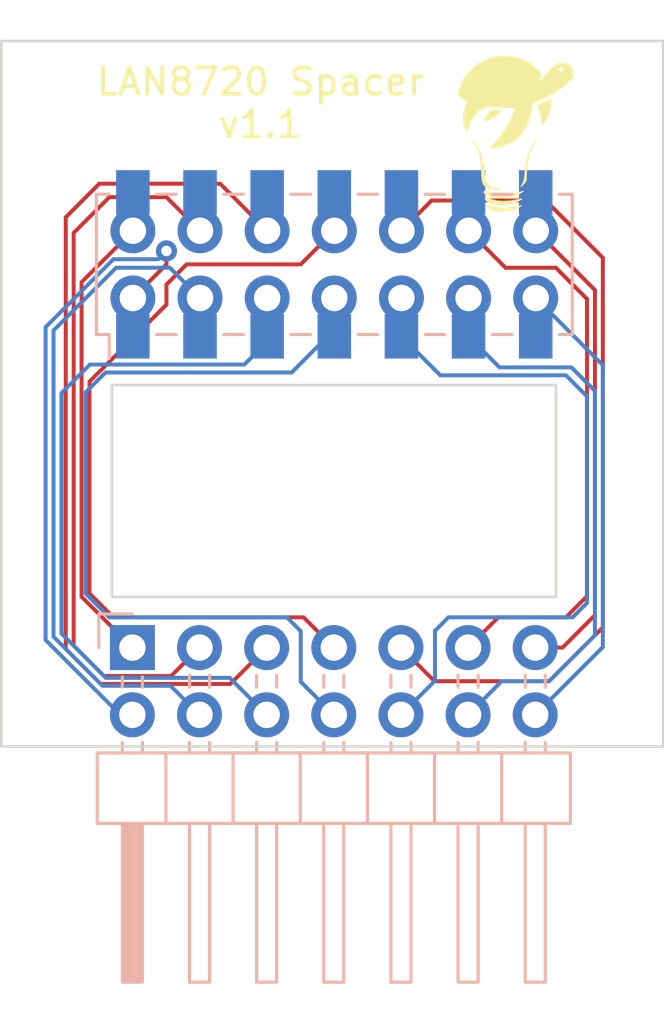
<source format=kicad_pcb>
(kicad_pcb (version 20211014) (generator pcbnew)
  (title_block (title "LAN8720 Spacer") (date "2022-10-17") (rev "v1.1") (company "ColossalTurtle"))
  (layers (0 "F.Cu" signal) (31 "B.Cu" signal) (34 "B.Paste" user) (35 "F.Paste" user) (36 "B.SilkS" user "B.Silkscreen") (37 "F.SilkS" user "F.Silkscreen") (38 "B.Mask" user) (39 "F.Mask" user) (44 "Edge.Cuts" user))
  (net 0 "")
  (net 1 "/TX1")
  (net 2 "/NC")
  (net 3 "/TXEN")
  (net 4 "/TX0")
  (net 5 "/RX0")
  (net 6 "/RX1")
  (net 7 "/RETCLK")
  (net 8 "/CRS")
  (net 9 "/MDIO")
  (net 10 "/MDC")
  (net 11 "/GND")
  (net 12 "/3v3")
  (footprint "ct:logo_smaller" (layer "F.Cu") (at 245.872 70.485)
    (fp_text reference "G***" hide)
    (fp_text value "LOGO" hide)
    (fp_poly (pts (xy -1.037167 2.718567) (xy -0.977168 2.733687) (xy -0.883939 2.757368) (xy -0.790222 2.781275) (xy -0.629637 2.807238) (xy -0.436385 2.815328) (xy -0.231121 2.80619) (xy -0.034499 2.780472) (xy 0.083354 2.753945) (xy 0.168723 2.732538) (xy 0.229043 2.721512) (xy 0.247847 2.721995) (xy 0.232066 2.740782) (xy 0.180123 2.777297) (xy 0.136271 2.804155) (xy -0.059812 2.89081) (xy -0.285101 2.943531) (xy -0.522231 2.960269) (xy -0.753834 2.938979) (xy -0.841096 2.919341) (xy -0.967992 2.88112) (xy -1.04773 2.845482) (xy -1.089044 2.807117) (xy -1.100667 2.761494) (xy -1.089734 2.719172) (xy -1.046908 2.716312) (xy -1.037167 2.718567)) (layer "F.SilkS") (width 0.01) (fill solid))
    (fp_poly (pts (xy -0.005503 -2.88446) (xy 0.259998 -2.801095) (xy 0.357543 -2.756403) (xy 0.490993 -2.679319) (xy 0.631677 -2.582459) (xy 0.763644 -2.478116) (xy 0.870947 -2.378584) (xy 0.918752 -2.32382) (xy 0.965398 -2.259221) (xy 0.982812 -2.212366) (xy 0.974602 -2.157985) (xy 0.951877 -2.091715) (xy 0.926963 -2.015231) (xy 0.915185 -1.964142) (xy 0.915912 -1.953347) (xy 0.935927 -1.969841) (xy 0.981154 -2.022508) (xy 1.043656 -2.101836) (xy 1.079912 -2.149879) (xy 1.238767 -2.34895) (xy 1.304942 -2.417245) (xy 1.645104 -2.417245) (xy 1.662903 -2.359218) (xy 1.663148 -2.358922) (xy 1.710016 -2.319098) (xy 1.755493 -2.328655) (xy 1.790039 -2.358516) (xy 1.813869 -2.411611) (xy 1.80219 -2.467211) (xy 1.763916 -2.503455) (xy 1.729732 -2.506425) (xy 1.670584 -2.473413) (xy 1.645104 -2.417245) (xy 1.304942 -2.417245) (xy 1.38324 -2.49805) (xy 1.51794 -2.600363) (xy 1.647475 -2.659072) (xy 1.776455 -2.677361) (xy 1.837364 -2.67301) (xy 1.967465 -2.628794) (xy 2.076111 -2.540111) (xy 2.155279 -2.417315) (xy 2.196945 -2.270762) (xy 2.201333 -2.203273) (xy 2.198698 -2.151945) (xy 2.185857 -2.108413) (xy 2.155403 -2.062737) (xy 2.09993 -2.004978) (xy 2.012034 -1.925196) (xy 1.960351 -1.87983) (xy 1.720136 -1.682741) (xy 1.485926 -1.520061) (xy 1.239553 -1.380884) (xy 0.962849 -1.254301) (xy 0.829117 -1.200678) (xy 0.628123 -1.12281) (xy 0.608648 -0.907128) (xy 0.556714 -0.60336) (xy 0.459971 -0.325671) (xy 0.321578 -0.078347) (xy 0.144692 0.134324) (xy -0.067528 0.308056) (xy -0.311926 0.43856) (xy -0.409222 0.474815) (xy -0.524734 0.507661) (xy -0.646961 0.533422) (xy -0.763727 0.550721) (xy -0.862858 0.55818) (xy -0.932176 0.55442) (xy -0.959508 0.538066) (xy -0.959556 0.537085) (xy -0.940603 0.502661) (xy -0.89024 0.441205) (xy -0.818207 0.364318) (xy -0.795013 0.341143) (xy -0.671232 0.205383) (xy -0.543024 0.040523) (xy -0.417267 -0.142119) (xy -0.300841 -0.331224) (xy -0.200626 -0.515471) (xy -0.1235 -0.683543) (xy -0.076342 -0.82412) (xy -0.07055 -0.850885) (xy -0.051673 -0.951505) (xy -0.526781 -0.970551) (xy -0.723381 -0.978398) (xy -0.871778 -0.983816) (xy -0.980176 -0.986489) (xy -1.056777 -0.986104) (xy -1.109785 -0.982344) (xy -1.147401 -0.974896) (xy -1.177829 -0.963444) (xy -1.209271 -0.947673) (xy -1.216182 -0.944087) (xy -1.37795 -0.833486) (xy -1.526412 -0.68201) (xy -1.649282 -0.505218) (xy -1.734277 -0.31867) (xy -1.748981 -0.269252) (xy -1.786328 -0.154902) (xy -1.824155 -0.096896) (xy -1.862961 -0.095131) (xy -1.903246 -0.149507) (xy -1.936177 -0.231299) (xy -1.975971 -0.415209) (xy -1.983823 -0.62221) (xy -1.960204 -0.829187) (xy -1.920989 -0.973667) (xy -1.886634 -1.069613) (xy -1.85876 -1.148339) (xy -1.845312 -1.187187) (xy -1.853483 -1.220326) (xy -1.90233 -1.261714) (xy -1.997747 -1.316129) (xy -2.015958 -1.325465) (xy -2.105914 -1.375296) (xy -2.171801 -1.419746) (xy -2.200913 -1.450105) (xy -2.201333 -1.452545) (xy -2.193808 -1.496347) (xy -2.174425 -1.574278) (xy -2.156281 -1.638822) (xy -2.044159 -1.922733) (xy -1.884535 -2.182769) (xy -1.683331 -2.413273) (xy -1.446469 -2.608587) (xy -1.179872 -2.763053) (xy -0.889461 -2.871014) (xy -0.857688 -2.879457) (xy -0.579428 -2.925169) (xy -0.290339 -2.926327) (xy -0.005503 -2.88446)) (layer "F.SilkS") (width 0.01) (fill solid))
    (fp_poly (pts (xy 0.30911 2.186593) (xy 0.274104 2.217643) (xy 0.216526 2.2573) (xy 0.144692 2.298276) (xy 0.139654 2.300849) (xy -0.049575 2.375404) (xy -0.267003 2.426602) (xy -0.492687 2.451866) (xy -0.706685 2.448623) (xy -0.841132 2.427475) (xy -0.979398 2.387626) (xy -1.092808 2.341199) (xy -1.170437 2.29341) (xy -1.199945 2.2562) (xy -1.208534 2.19829) (xy -1.183497 2.172568) (xy -1.119546 2.177589) (xy -1.022772 2.207767) (xy -0.863677 2.248747) (xy -0.66763 2.27407) (xy -0.452079 2.283117) (xy -0.234478 2.275268) (xy -0.032276 2.249904) (xy -0.001579 2.243988) (xy 0.112051 2.219979) (xy 0.207177 2.198357) (xy 0.268042 2.182757) (xy 0.278151 2.179464) (xy 0.31323 2.171438) (xy 0.30911 2.186593)) (layer "F.SilkS") (width 0.01) (fill solid))
    (fp_poly (pts (xy -1.038345 2.46391) (xy -0.95117 2.488581) (xy -0.716734 2.542444) (xy -0.465702 2.560858) (xy -0.189969 2.54367) (xy 0.118566 2.490724) (xy 0.225778 2.466149) (xy 0.257766 2.464458) (xy 0.248632 2.482273) (xy 0.20762 2.513618) (xy 0.143973 2.552518) (xy 0.066934 2.592997) (xy -0.014254 2.629079) (xy -0.043105 2.639979) (xy -0.163353 2.669726) (xy -0.31911 2.690001) (xy -0.490951 2.700069) (xy -0.659452 2.699193) (xy -0.805186 2.686636) (xy -0.879161 2.671678) (xy -1.006251 2.626436) (xy -1.098692 2.574129) (xy -1.150414 2.519897) (xy -1.155352 2.468879) (xy -1.14167 2.449299) (xy -1.108899 2.449164) (xy -1.038345 2.46391)) (layer "F.SilkS") (width 0.01) (fill solid))
    (fp_poly (pts (xy -0.750712 -0.874457) (xy -0.626903 -0.870437) (xy -0.556964 -0.856611) (xy -0.538641 -0.82919) (xy -0.569682 -0.784385) (xy -0.647833 -0.718406) (xy -0.654758 -0.71309) (xy -0.750534 -0.642386) (xy -0.845041 -0.5767) (xy -0.903111 -0.539343) (xy -0.977961 -0.506486) (xy -1.062928 -0.486185) (xy -1.141432 -0.479993) (xy -1.196896 -0.489465) (xy -1.213556 -0.510229) (xy -1.196129 -0.544679) (xy -1.149957 -0.608492) (xy -1.084204 -0.689213) (xy -1.068212 -0.707784) (xy -0.922869 -0.874889) (xy -0.750712 -0.874457)) (layer "F.SilkS") (width 0.01) (fill solid))
    (fp_poly (pts (xy -1.576709 0.303888) (xy -1.534356 0.360991) (xy -1.478644 0.44169) (xy -1.472344 0.451097) (xy -1.366844 0.638912) (xy -1.283576 0.855894) (xy -1.220501 1.10931) (xy -1.175578 1.406425) (xy -1.160193 1.562778) (xy -1.147707 1.693284) (xy -1.133937 1.781503) (xy -1.11484 1.841523) (xy -1.086371 1.887435) (xy -1.057765 1.919705) (xy -0.993011 1.975501) (xy -0.91112 2.020461) (xy -0.799659 2.059844) (xy -0.646197 2.098913) (xy -0.620889 2.104605) (xy -0.465667 2.139105) (xy -0.663222 2.140109) (xy -0.785634 2.134864) (xy -0.905319 2.120214) (xy -0.983737 2.102755) (xy -1.096477 2.057449) (xy -1.179891 1.996433) (xy -1.23792 1.911591) (xy -1.274503 1.79481) (xy -1.29358 1.637977) (xy -1.29905 1.453444) (xy -1.311939 1.159267) (xy -1.349568 0.905657) (xy -1.414241 0.681389) (xy -1.494541 0.500944) (xy -1.54417 0.40357) (xy -1.580058 0.328499) (xy -1.59694 0.286971) (xy -1.596967 0.282222) (xy -1.576709 0.303888)) (layer "F.SilkS") (width 0.01) (fill solid))
    (fp_poly (pts (xy 1.34927 -1.272588) (xy 1.353465 -1.203268) (xy 1.346645 -1.102009) (xy 1.329373 -0.980404) (xy 1.314358 -0.903111) (xy 1.270535 -0.737269) (xy 1.215347 -0.586823) (xy 1.153517 -0.460704) (xy 1.089767 -0.367843) (xy 1.028821 -0.31717) (xy 1.000947 -0.310445) (xy 0.980595 -0.338351) (xy 0.964221 -0.421047) (xy 0.952477 -0.551425) (xy 0.935285 -0.716548) (xy 0.904672 -0.844693) (xy 0.869979 -0.928726) (xy 0.802514 -1.065046) (xy 1.057424 -1.181789) (xy 1.167516 -1.231274) (xy 1.258278 -1.270323) (xy 1.31763 -1.293837) (xy 1.3335 -1.298377) (xy 1.34927 -1.272588)) (layer "F.SilkS") (width 0.01) (fill solid))
    (fp_poly (pts (xy 0.791956 0.25152) (xy 0.76529 0.301671) (xy 0.718259 0.378714) (xy 0.705348 0.398854) (xy 0.593338 0.616156) (xy 0.508203 0.876839) (xy 0.451592 1.173787) (xy 0.425155 1.499887) (xy 0.423333 1.6149) (xy 0.421123 1.720182) (xy 0.409796 1.790052) (xy 0.382306 1.845504) (xy 0.331609 1.907533) (xy 0.321271 1.919029) (xy 0.2505 1.991564) (xy 0.206061 2.025667) (xy 0.191598 2.020788) (xy 0.210754 1.976375) (xy 0.239278 1.931437) (xy 0.287829 1.83523) (xy 0.318784 1.728982) (xy 0.321142 1.712715) (xy 0.33005 1.632378) (xy 0.342599 1.515314) (xy 0.356717 1.380951) (xy 0.363896 1.311622) (xy 0.40751 1.021999) (xy 0.475994 0.773801) (xy 0.572783 0.556237) (xy 0.639771 0.445053) (xy 0.701914 0.354087) (xy 0.754538 0.282194) (xy 0.788319 0.241971) (xy 0.792789 0.238302) (xy 0.791956 0.25152)) (layer "F.SilkS") (width 0.01) (fill solid))
  )
  (footprint "ct:PinSocket_2x07_P2.54_Vertical_Hybrid_SMD_THT" (layer "B.Cu") (at 239.014 71.378)
    (fp_text reference "J2" hide)
    (fp_text value "Conn_02x07_Odd_Even")
    (fp_line (start -6.725 6.71) (end -5.975 6.71) (layer "B.SilkS") (width 0.12))
    (fp_line (start 0.895 1.41) (end 1.645 1.41) (layer "B.SilkS") (width 0.12))
    (fp_line (start -1.645 6.71) (end -0.895 6.71) (layer "B.SilkS") (width 0.12))
    (fp_line (start -4.185 1.41) (end -3.435 1.41) (layer "B.SilkS") (width 0.12))
    (fp_line (start -1.645 1.41) (end -0.895 1.41) (layer "B.SilkS") (width 0.12))
    (fp_line (start 5.975 1.41) (end 6.725 1.41) (layer "B.SilkS") (width 0.12))
    (fp_line (start -8.515 7.62) (end -8.515 6.71) (layer "B.SilkS") (width 0.12))
    (fp_line (start 0.895 6.71) (end 1.645 6.71) (layer "B.SilkS") (width 0.12))
    (fp_line (start -6.725 1.41) (end -5.975 1.41) (layer "B.SilkS") (width 0.12))
    (fp_line (start 9 1.41) (end 8.515 1.41) (layer "B.SilkS") (width 0.12))
    (fp_line (start 8.515 6.71) (end 9 6.71) (layer "B.SilkS") (width 0.12))
    (fp_line (start 3.435 6.71) (end 4.185 6.71) (layer "B.SilkS") (width 0.12))
    (fp_line (start -8.515 6.71) (end -9 6.71) (layer "B.SilkS") (width 0.12))
    (fp_line (start -4.185 6.71) (end -3.435 6.71) (layer "B.SilkS") (width 0.12))
    (fp_line (start 5.975 6.71) (end 6.725 6.71) (layer "B.SilkS") (width 0.12))
    (fp_line (start 9 6.71) (end 9 1.41) (layer "B.SilkS") (width 0.12))
    (fp_line (start -9 6.71) (end -9 1.41) (layer "B.SilkS") (width 0.12))
    (fp_line (start 3.435 1.41) (end 4.185 1.41) (layer "B.SilkS") (width 0.12))
    (fp_line (start -9 1.41) (end -8.515 1.41) (layer "B.SilkS") (width 0.12))
    (pad "1" smd rect (at -7.62 6.78) (size 1.27 1.68) (layers "B.Cu" "B.Paste" "B.Mask") (net 2 "/NC"))
    (pad "1" thru_hole circle (at -7.62 5.33) (size 1.7 1.7) (drill 1) (layers *.Cu *.Mask) (net 2 "/NC"))
    (pad "2" smd rect (at -7.62 1.34) (size 1.27 1.68) (layers "B.Cu" "B.Paste" "B.Mask") (net 1 "/TX1"))
    (pad "2" thru_hole circle (at -7.62 2.79) (size 1.7 1.7) (drill 1) (layers *.Cu *.Mask) (net 1 "/TX1"))
    (pad "3" thru_hole circle (at -5.08 5.33) (size 1.7 1.7) (drill 1) (layers *.Cu *.Mask) (net 4 "/TX0"))
    (pad "3" smd rect (at -5.08 6.78) (size 1.27 1.68) (layers "B.Cu" "B.Paste" "B.Mask") (net 4 "/TX0"))
    (pad "4" smd rect (at -5.08 1.34) (size 1.27 1.68) (layers "B.Cu" "B.Paste" "B.Mask") (net 3 "/TXEN"))
    (pad "4" thru_hole circle (at -5.08 2.79) (size 1.7 1.7) (drill 1) (layers *.Cu *.Mask) (net 3 "/TXEN"))
    (pad "5" thru_hole circle (at -2.54 5.33) (size 1.7 1.7) (drill 1) (layers *.Cu *.Mask) (net 6 "/RX1"))
    (pad "5" smd rect (at -2.54 6.78) (size 1.27 1.68) (layers "B.Cu" "B.Paste" "B.Mask") (net 6 "/RX1"))
    (pad "6" smd rect (at -2.54 1.34) (size 1.27 1.68) (layers "B.Cu" "B.Paste" "B.Mask") (net 5 "/RX0"))
    (pad "6" thru_hole circle (at -2.54 2.79) (size 1.7 1.7) (drill 1) (layers *.Cu *.Mask) (net 5 "/RX0"))
    (pad "7" thru_hole circle (at 0 5.33) (size 1.7 1.7) (drill 1) (layers *.Cu *.Mask) (net 8 "/CRS"))
    (pad "7" smd rect (at 0 6.78) (size 1.27 1.68) (layers "B.Cu" "B.Paste" "B.Mask") (net 8 "/CRS"))
    (pad "8" thru_hole circle (at 0 2.79) (size 1.7 1.7) (drill 1) (layers *.Cu *.Mask) (net 7 "/RETCLK"))
    (pad "8" smd rect (at 0 1.34) (size 1.27 1.68) (layers "B.Cu" "B.Paste" "B.Mask") (net 7 "/RETCLK"))
    (pad "9" smd rect (at 2.54 6.78) (size 1.27 1.68) (layers "B.Cu" "B.Paste" "B.Mask") (net 10 "/MDC"))
    (pad "9" thru_hole circle (at 2.54 5.33) (size 1.7 1.7) (drill 1) (layers *.Cu *.Mask) (net 10 "/MDC"))
    (pad "10" thru_hole circle (at 2.54 2.79) (size 1.7 1.7) (drill 1) (layers *.Cu *.Mask) (net 9 "/MDIO"))
    (pad "10" smd rect (at 2.54 1.34) (size 1.27 1.68) (layers "B.Cu" "B.Paste" "B.Mask") (net 9 "/MDIO"))
    (pad "11" thru_hole circle (at 5.08 5.33) (size 1.7 1.7) (drill 1) (layers *.Cu *.Mask) (net 11 "/GND"))
    (pad "11" smd rect (at 5.08 6.78) (size 1.27 1.68) (layers "B.Cu" "B.Paste" "B.Mask") (net 11 "/GND"))
    (pad "12" thru_hole circle (at 5.08 2.79) (size 1.7 1.7) (drill 1) (layers *.Cu *.Mask) (net 11 "/GND"))
    (pad "12" smd rect (at 5.08 1.34) (size 1.27 1.68) (layers "B.Cu" "B.Paste" "B.Mask") (net 11 "/GND"))
    (pad "13" thru_hole circle (at 7.62 5.33) (size 1.7 1.7) (drill 1) (layers *.Cu *.Mask) (net 12 "/3v3"))
    (pad "13" smd rect (at 7.62 6.78) (size 1.27 1.68) (layers "B.Cu" "B.Paste" "B.Mask") (net 12 "/3v3"))
    (pad "14" smd rect (at 7.62 1.34) (size 1.27 1.68) (layers "B.Cu" "B.Paste" "B.Mask") (net 12 "/3v3"))
    (pad "14" thru_hole circle (at 7.62 2.79) (size 1.7 1.7) (drill 1) (layers *.Cu *.Mask) (net 12 "/3v3"))
  )
  (footprint "Connector_PinHeader_2.54mm:PinHeader_2x07_P2.54mm_Horizontal" (layer "B.Cu") (at 231.375 89.916 -90)
    (fp_text reference "J1" hide)
    (fp_text value "Conn_02x07_Odd_Even")
    (fp_line (start 3.98 -6.35) (end 6.64 -6.35) (layer "B.SilkS") (width 0.12))
    (fp_line (start 3.582929 -4.7) (end 3.98 -4.7) (layer "B.SilkS") (width 0.12))
    (fp_line (start 3.582929 -13.08) (end 3.98 -13.08) (layer "B.SilkS") (width 0.12))
    (fp_line (start 1.042929 -4.7) (end 1.497071 -4.7) (layer "B.SilkS") (width 0.12))
    (fp_line (start 3.582929 -7.24) (end 3.98 -7.24) (layer "B.SilkS") (width 0.12))
    (fp_line (start 3.98 -16.57) (end 6.64 -16.57) (layer "B.SilkS") (width 0.12))
    (fp_line (start 12.64 -0.38) (end 6.64 -0.38) (layer "B.SilkS") (width 0.12))
    (fp_line (start 1.042929 -13.08) (end 1.497071 -13.08) (layer "B.SilkS") (width 0.12))
    (fp_line (start 12.64 -10.54) (end 6.64 -10.54) (layer "B.SilkS") (width 0.12))
    (fp_line (start 1.042929 -7.24) (end 1.497071 -7.24) (layer "B.SilkS") (width 0.12))
    (fp_line (start 3.98 -11.43) (end 6.64 -11.43) (layer "B.SilkS") (width 0.12))
    (fp_line (start -1.27 1.27) (end 0 1.27) (layer "B.SilkS") (width 0.12))
    (fp_line (start 3.98 -3.81) (end 6.64 -3.81) (layer "B.SilkS") (width 0.12))
    (fp_line (start 6.64 -14.86) (end 12.64 -14.86) (layer "B.SilkS") (width 0.12))
    (fp_line (start 12.64 -8) (end 6.64 -8) (layer "B.SilkS") (width 0.12))
    (fp_line (start 12.64 -5.46) (end 6.64 -5.46) (layer "B.SilkS") (width 0.12))
    (fp_line (start 3.98 -1.27) (end 6.64 -1.27) (layer "B.SilkS") (width 0.12))
    (fp_line (start 3.98 1.33) (end 3.98 -16.57) (layer "B.SilkS") (width 0.12))
    (fp_line (start 3.582929 0.38) (end 3.98 0.38) (layer "B.SilkS") (width 0.12))
    (fp_line (start 6.64 -0.28) (end 12.64 -0.28) (layer "B.SilkS") (width 0.12))
    (fp_line (start 1.042929 -10.54) (end 1.497071 -10.54) (layer "B.SilkS") (width 0.12))
    (fp_line (start -1.27 0) (end -1.27 1.27) (layer "B.SilkS") (width 0.12))
    (fp_line (start 3.582929 -2.92) (end 3.98 -2.92) (layer "B.SilkS") (width 0.12))
    (fp_line (start 12.64 -7.24) (end 12.64 -8) (layer "B.SilkS") (width 0.12))
    (fp_line (start 3.582929 -0.38) (end 3.98 -0.38) (layer "B.SilkS") (width 0.12))
    (fp_line (start 3.582929 -15.62) (end 3.98 -15.62) (layer "B.SilkS") (width 0.12))
    (fp_line (start 1.11 0.38) (end 1.497071 0.38) (layer "B.SilkS") (width 0.12))
    (fp_line (start 1.042929 -14.86) (end 1.497071 -14.86) (layer "B.SilkS") (width 0.12))
    (fp_line (start 6.64 -0.16) (end 12.64 -0.16) (layer "B.SilkS") (width 0.12))
    (fp_line (start 6.64 -12.32) (end 12.64 -12.32) (layer "B.SilkS") (width 0.12))
    (fp_line (start 1.042929 -2.92) (end 1.497071 -2.92) (layer "B.SilkS") (width 0.12))
    (fp_line (start 6.64 -4.7) (end 12.64 -4.7) (layer "B.SilkS") (width 0.12))
    (fp_line (start 12.64 -2.16) (end 12.64 -2.92) (layer "B.SilkS") (width 0.12))
    (fp_line (start 12.64 -15.62) (end 6.64 -15.62) (layer "B.SilkS") (width 0.12))
    (fp_line (start 12.64 -12.32) (end 12.64 -13.08) (layer "B.SilkS") (width 0.12))
    (fp_line (start 3.582929 -12.32) (end 3.98 -12.32) (layer "B.SilkS") (width 0.12))
    (fp_line (start 1.042929 -15.62) (end 1.497071 -15.62) (layer "B.SilkS") (width 0.12))
    (fp_line (start 6.64 -16.57) (end 6.64 1.33) (layer "B.SilkS") (width 0.12))
    (fp_line (start 12.64 -2.92) (end 6.64 -2.92) (layer "B.SilkS") (width 0.12))
    (fp_line (start 6.64 0.08) (end 12.64 0.08) (layer "B.SilkS") (width 0.12))
    (fp_line (start 3.582929 -14.86) (end 3.98 -14.86) (layer "B.SilkS") (width 0.12))
    (fp_line (start 3.582929 -2.16) (end 3.98 -2.16) (layer "B.SilkS") (width 0.12))
    (fp_line (start 3.582929 -10.54) (end 3.98 -10.54) (layer "B.SilkS") (width 0.12))
    (fp_line (start 3.582929 -5.46) (end 3.98 -5.46) (layer "B.SilkS") (width 0.12))
    (fp_line (start 12.64 -9.78) (end 12.64 -10.54) (layer "B.SilkS") (width 0.12))
    (fp_line (start 6.64 0.38) (end 12.64 0.38) (layer "B.SilkS") (width 0.12))
    (fp_line (start 3.582929 -9.78) (end 3.98 -9.78) (layer "B.SilkS") (width 0.12))
    (fp_line (start 12.64 -13.08) (end 6.64 -13.08) (layer "B.SilkS") (width 0.12))
    (fp_line (start 6.64 0.32) (end 12.64 0.32) (layer "B.SilkS") (width 0.12))
    (fp_line (start 3.98 -8.89) (end 6.64 -8.89) (layer "B.SilkS") (width 0.12))
    (fp_line (start 6.64 -0.04) (end 12.64 -0.04) (layer "B.SilkS") (width 0.12))
    (fp_line (start 1.042929 -12.32) (end 1.497071 -12.32) (layer "B.SilkS") (width 0.12))
    (fp_line (start 3.98 -13.97) (end 6.64 -13.97) (layer "B.SilkS") (width 0.12))
    (fp_line (start 1.042929 -9.78) (end 1.497071 -9.78) (layer "B.SilkS") (width 0.12))
    (fp_line (start 12.64 -4.7) (end 12.64 -5.46) (layer "B.SilkS") (width 0.12))
    (fp_line (start 1.042929 -5.46) (end 1.497071 -5.46) (layer "B.SilkS") (width 0.12))
    (fp_line (start 12.64 0.38) (end 12.64 -0.38) (layer "B.SilkS") (width 0.12))
    (fp_line (start 3.582929 -8) (end 3.98 -8) (layer "B.SilkS") (width 0.12))
    (fp_line (start 1.042929 -8) (end 1.497071 -8) (layer "B.SilkS") (width 0.12))
    (fp_line (start 6.64 -9.78) (end 12.64 -9.78) (layer "B.SilkS") (width 0.12))
    (fp_line (start 12.64 -14.86) (end 12.64 -15.62) (layer "B.SilkS") (width 0.12))
    (fp_line (start 6.64 0.2) (end 12.64 0.2) (layer "B.SilkS") (width 0.12))
    (fp_line (start 1.11 -0.38) (end 1.497071 -0.38) (layer "B.SilkS") (width 0.12))
    (fp_line (start 6.64 -2.16) (end 12.64 -2.16) (layer "B.SilkS") (width 0.12))
    (fp_line (start 6.64 1.33) (end 3.98 1.33) (layer "B.SilkS") (width 0.12))
    (fp_line (start 1.042929 -2.16) (end 1.497071 -2.16) (layer "B.SilkS") (width 0.12))
    (fp_line (start 6.64 -7.24) (end 12.64 -7.24) (layer "B.SilkS") (width 0.12))
    (pad "1" thru_hole rect (at 0 0 270) (size 1.7 1.7) (drill 1) (layers *.Cu *.Mask) (net 1 "/TX1"))
    (pad "2" thru_hole oval (at 2.54 0 270) (size 1.7 1.7) (drill 1) (layers *.Cu *.Mask) (net 2 "/NC"))
    (pad "3" thru_hole oval (at 0 -2.54 270) (size 1.7 1.7) (drill 1) (layers *.Cu *.Mask) (net 3 "/TXEN"))
    (pad "4" thru_hole oval (at 2.54 -2.54 270) (size 1.7 1.7) (drill 1) (layers *.Cu *.Mask) (net 4 "/TX0"))
    (pad "5" thru_hole oval (at 0 -5.08 270) (size 1.7 1.7) (drill 1) (layers *.Cu *.Mask) (net 5 "/RX0"))
    (pad "6" thru_hole oval (at 2.54 -5.08 270) (size 1.7 1.7) (drill 1) (layers *.Cu *.Mask) (net 6 "/RX1"))
    (pad "7" thru_hole oval (at 0 -7.62 270) (size 1.7 1.7) (drill 1) (layers *.Cu *.Mask) (net 7 "/RETCLK"))
    (pad "8" thru_hole oval (at 2.54 -7.62 270) (size 1.7 1.7) (drill 1) (layers *.Cu *.Mask) (net 8 "/CRS"))
    (pad "9" thru_hole oval (at 0 -10.16 270) (size 1.7 1.7) (drill 1) (layers *.Cu *.Mask) (net 9 "/MDIO"))
    (pad "10" thru_hole oval (at 2.54 -10.16 270) (size 1.7 1.7) (drill 1) (layers *.Cu *.Mask) (net 10 "/MDC"))
    (pad "11" thru_hole oval (at 0 -12.7 270) (size 1.7 1.7) (drill 1) (layers *.Cu *.Mask) (net 11 "/GND"))
    (pad "12" thru_hole oval (at 2.54 -12.7 270) (size 1.7 1.7) (drill 1) (layers *.Cu *.Mask) (net 11 "/GND"))
    (pad "13" thru_hole oval (at 0 -15.24 270) (size 1.7 1.7) (drill 1) (layers *.Cu *.Mask) (net 12 "/3v3"))
    (pad "14" thru_hole oval (at 2.54 -15.24 270) (size 1.7 1.7) (drill 1) (layers *.Cu *.Mask) (net 12 "/3v3"))
  )
  (gr_rect (start 230.6 80) (end 247.4 88) (layer "Edge.Cuts") (width 0.1) (fill none))
  (gr_rect (start 226.417 67.002) (end 251.46 93.653) (layer "Edge.Cuts") (width 0.1) (fill none))
  (gr_text "${TITLE}\n${REVISION}" (at 236.22 69.342) (layer "F.SilkS") (effects (font (size 1 1))))
  (segment (start 231.375 89.916) (end 229.45304 87.99404) (width 0.15) (layer "F.Cu") (net 1))
  (segment (start 229.45304 87.99404) (end 229.45304 76.10896) (width 0.15) (layer "F.Cu") (net 1))
  (segment (start 229.45304 76.10896) (end 231.394 74.168) (width 0.15) (layer "F.Cu") (net 1))
  (segment (start 232.664 74.93) (end 232.664 75.438) (width 0.15) (layer "F.Cu") (net 2))
  (segment (start 232.664 75.438) (end 231.394 76.708) (width 0.15) (layer "F.Cu") (net 2))
  (via (at 232.664 74.93) (size 0.8) (drill 0.4) (layers "F.Cu" "B.Cu") (net 2))
  (segment (start 230.918807 92.456) (end 231.375 92.456) (width 0.15) (layer "B.Cu") (net 2))
  (segment (start 232.664 74.93) (end 232.351489 75.242511) (width 0.15) (layer "B.Cu") (net 2))
  (segment (start 228.092 89.629193) (end 230.918807 92.456) (width 0.15) (layer "B.Cu") (net 2))
  (segment (start 228.092 77.808414) (end 228.092 89.629193) (width 0.15) (layer "B.Cu") (net 2))
  (segment (start 232.351489 75.242511) (end 230.657903 75.242511) (width 0.15) (layer "B.Cu") (net 2))
  (segment (start 230.657903 75.242511) (end 228.092 77.808414) (width 0.15) (layer "B.Cu") (net 2))
  (segment (start 230.505 72.898) (end 232.664 72.898) (width 0.15) (layer "F.Cu") (net 3))
  (segment (start 229.15352 89.843542) (end 229.15352 74.24948) (width 0.15) (layer "F.Cu") (net 3))
  (segment (start 233.915 89.916) (end 232.840489 90.990511) (width 0.15) (layer "F.Cu") (net 3))
  (segment (start 229.15352 74.24948) (end 230.505 72.898) (width 0.15) (layer "F.Cu") (net 3))
  (segment (start 230.300489 90.990511) (end 229.15352 89.843542) (width 0.15) (layer "F.Cu") (net 3))
  (segment (start 232.840489 90.990511) (end 230.300489 90.990511) (width 0.15) (layer "F.Cu") (net 3))
  (segment (start 232.664 72.898) (end 233.934 74.168) (width 0.15) (layer "F.Cu") (net 3))
  (segment (start 228.39152 89.505127) (end 228.39152 77.93248) (width 0.15) (layer "B.Cu") (net 4))
  (segment (start 228.39152 77.93248) (end 230.759 75.565) (width 0.15) (layer "B.Cu") (net 4))
  (segment (start 232.81752 91.35852) (end 230.244913 91.35852) (width 0.15) (layer "B.Cu") (net 4))
  (segment (start 233.915 92.456) (end 232.81752 91.35852) (width 0.15) (layer "B.Cu") (net 4))
  (segment (start 232.791 75.565) (end 233.934 76.708) (width 0.15) (layer "B.Cu") (net 4))
  (segment (start 230.244913 91.35852) (end 228.39152 89.505127) (width 0.15) (layer "B.Cu") (net 4))
  (segment (start 230.759 75.565) (end 232.791 75.565) (width 0.15) (layer "B.Cu") (net 4))
  (segment (start 230.124 72.39) (end 234.696 72.39) (width 0.15) (layer "F.Cu") (net 5))
  (segment (start 236.455 89.916) (end 235.080969 91.290031) (width 0.15) (layer "F.Cu") (net 5))
  (segment (start 228.854 89.967608) (end 228.854 73.66) (width 0.15) (layer "F.Cu") (net 5))
  (segment (start 228.854 73.66) (end 230.124 72.39) (width 0.15) (layer "F.Cu") (net 5))
  (segment (start 234.696 72.39) (end 236.474 74.168) (width 0.15) (layer "F.Cu") (net 5))
  (segment (start 235.080969 91.290031) (end 230.176423 91.290031) (width 0.15) (layer "F.Cu") (net 5))
  (segment (start 230.176423 91.290031) (end 228.854 89.967608) (width 0.15) (layer "F.Cu") (net 5))
  (segment (start 236.474 76.708) (end 236.474 78.359) (width 0.15) (layer "B.Cu") (net 6))
  (segment (start 229.768489 79.222511) (end 228.69104 80.29996) (width 0.15) (layer "B.Cu") (net 6))
  (segment (start 228.69104 80.29996) (end 228.69104 89.381062) (width 0.15) (layer "B.Cu") (net 6))
  (segment (start 235.610489 79.222511) (end 229.768489 79.222511) (width 0.15) (layer "B.Cu") (net 6))
  (segment (start 230.368978 91.059) (end 235.058 91.059) (width 0.15) (layer "B.Cu") (net 6))
  (segment (start 235.058 91.059) (end 236.455 92.456) (width 0.15) (layer "B.Cu") (net 6))
  (segment (start 228.69104 89.381062) (end 230.368978 91.059) (width 0.15) (layer "B.Cu") (net 6))
  (segment (start 236.474 78.359) (end 235.610489 79.222511) (width 0.15) (layer "B.Cu") (net 6))
  (segment (start 237.852 88.773) (end 230.655586 88.773) (width 0.15) (layer "F.Cu") (net 7))
  (segment (start 232.664 76.2) (end 233.426 75.438) (width 0.15) (layer "F.Cu") (net 7))
  (segment (start 233.426 75.438) (end 237.744 75.438) (width 0.15) (layer "F.Cu") (net 7))
  (segment (start 229.75256 79.869029) (end 232.664 76.957589) (width 0.15) (layer "F.Cu") (net 7))
  (segment (start 230.655586 88.773) (end 229.75256 87.869974) (width 0.15) (layer "F.Cu") (net 7))
  (segment (start 229.75256 87.869974) (end 229.75256 79.869029) (width 0.15) (layer "F.Cu") (net 7))
  (segment (start 238.995 89.916) (end 237.852 88.773) (width 0.15) (layer "F.Cu") (net 7))
  (segment (start 232.664 76.957589) (end 232.664 76.2) (width 0.15) (layer "F.Cu") (net 7))
  (segment (start 237.744 75.438) (end 239.014 74.168) (width 0.15) (layer "F.Cu") (net 7))
  (segment (start 230.505 88.773) (end 237.222567 88.773) (width 0.15) (layer "B.Cu") (net 8))
  (segment (start 239.014 77.910081) (end 237.40205 79.522031) (width 0.15) (layer "B.Cu") (net 8))
  (segment (start 239.014 76.708) (end 239.014 77.910081) (width 0.15) (layer "B.Cu") (net 8))
  (segment (start 237.744 91.205) (end 238.995 92.456) (width 0.15) (layer "B.Cu") (net 8))
  (segment (start 237.222567 88.773) (end 237.744 89.294433) (width 0.15) (layer "B.Cu") (net 8))
  (segment (start 237.40205 79.522031) (end 230.357969 79.522031) (width 0.15) (layer "B.Cu") (net 8))
  (segment (start 229.616 80.264) (end 229.616 87.884) (width 0.15) (layer "B.Cu") (net 8))
  (segment (start 230.357969 79.522031) (end 229.616 80.264) (width 0.15) (layer "B.Cu") (net 8))
  (segment (start 237.744 89.294433) (end 237.744 91.205) (width 0.15) (layer "B.Cu") (net 8))
  (segment (start 229.616 87.884) (end 230.505 88.773) (width 0.15) (layer "B.Cu") (net 8))
  (segment (start 247.010589 73.025) (end 242.697 73.025) (width 0.15) (layer "F.Cu") (net 9))
  (segment (start 242.697 73.025) (end 241.554 74.168) (width 0.15) (layer "F.Cu") (net 9))
  (segment (start 249.174 75.188411) (end 247.010589 73.025) (width 0.15) (layer "F.Cu") (net 9))
  (segment (start 242.805 91.186) (end 247.142 91.186) (width 0.15) (layer "F.Cu") (net 9))
  (segment (start 247.142 91.186) (end 249.174 89.154) (width 0.15) (layer "F.Cu") (net 9))
  (segment (start 241.535 89.916) (end 242.805 91.186) (width 0.15) (layer "F.Cu") (net 9))
  (segment (start 249.174 89.154) (end 249.174 75.188411) (width 0.15) (layer "F.Cu") (net 9))
  (segment (start 242.824 91.167) (end 242.824 89.281) (width 0.15) (layer "B.Cu") (net 10))
  (segment (start 241.535 92.456) (end 242.824 91.167) (width 0.15) (layer "B.Cu") (net 10))
  (segment (start 243.025 79.629) (end 241.554 78.158) (width 0.15) (layer "B.Cu") (net 10))
  (segment (start 248.57496 80.42696) (end 247.777 79.629) (width 0.15) (layer "B.Cu") (net 10))
  (segment (start 247.777 79.629) (end 243.025 79.629) (width 0.15) (layer "B.Cu") (net 10))
  (segment (start 248.57496 88.22904) (end 248.57496 80.42696) (width 0.15) (layer "B.Cu") (net 10))
  (segment (start 248.031 88.773) (end 248.57496 88.22904) (width 0.15) (layer "B.Cu") (net 10))
  (segment (start 242.824 89.281) (end 243.332 88.773) (width 0.15) (layer "B.Cu") (net 10))
  (segment (start 241.554 78.158) (end 241.554 76.708) (width 0.15) (layer "B.Cu") (net 10))
  (segment (start 243.332 88.773) (end 248.031 88.773) (width 0.15) (layer "B.Cu") (net 10))
  (segment (start 245.491 75.565) (end 244.094 74.168) (width 0.15) (layer "F.Cu") (net 11))
  (segment (start 245.218 88.773) (end 247.777 88.773) (width 0.15) (layer "F.Cu") (net 11))
  (segment (start 248.57496 76.74396) (end 247.396 75.565) (width 0.15) (layer "F.Cu") (net 11))
  (segment (start 247.396 75.565) (end 245.491 75.565) (width 0.15) (layer "F.Cu") (net 11))
  (segment (start 248.57496 87.97504) (end 248.57496 76.74396) (width 0.15) (layer "F.Cu") (net 11))
  (segment (start 244.075 89.916) (end 245.218 88.773) (width 0.15) (layer "F.Cu") (net 11))
  (segment (start 247.777 88.773) (end 248.57496 87.97504) (width 0.15) (layer "F.Cu") (net 11))
  (segment (start 244.075 92.456) (end 245.345 91.186) (width 0.15) (layer "B.Cu") (net 11))
  (segment (start 248.87448 89.45352) (end 248.87448 80.21848) (width 0.15) (layer "B.Cu") (net 11))
  (segment (start 245.26548 79.32948) (end 244.094 78.158) (width 0.15) (layer "B.Cu") (net 11))
  (segment (start 245.345 91.186) (end 247.142 91.186) (width 0.15) (layer "B.Cu") (net 11))
  (segment (start 247.98548 79.32948) (end 245.26548 79.32948) (width 0.15) (layer "B.Cu") (net 11))
  (segment (start 244.094 78.158) (end 244.094 76.708) (width 0.15) (layer "B.Cu") (net 11))
  (segment (start 248.87448 80.21848) (end 247.98548 79.32948) (width 0.15) (layer "B.Cu") (net 11))
  (segment (start 247.142 91.186) (end 248.87448 89.45352) (width 0.15) (layer "B.Cu") (net 11))
  (segment (start 248.87448 88.69152) (end 248.87448 76.40848) (width 0.15) (layer "F.Cu") (net 12))
  (segment (start 246.615 89.916) (end 247.65 89.916) (width 0.15) (layer "F.Cu") (net 12))
  (segment (start 248.87448 76.40848) (end 246.634 74.168) (width 0.15) (layer "F.Cu") (net 12))
  (segment (start 247.65 89.916) (end 248.87448 88.69152) (width 0.15) (layer "F.Cu") (net 12))
  (segment (start 249.174 89.897) (end 249.174 79.248) (width 0.15) (layer "B.Cu") (net 12))
  (segment (start 246.615 92.456) (end 249.174 89.897) (width 0.15) (layer "B.Cu") (net 12))
  (segment (start 249.174 79.248) (end 246.634 76.708) (width 0.15) (layer "B.Cu") (net 12))
)
</source>
